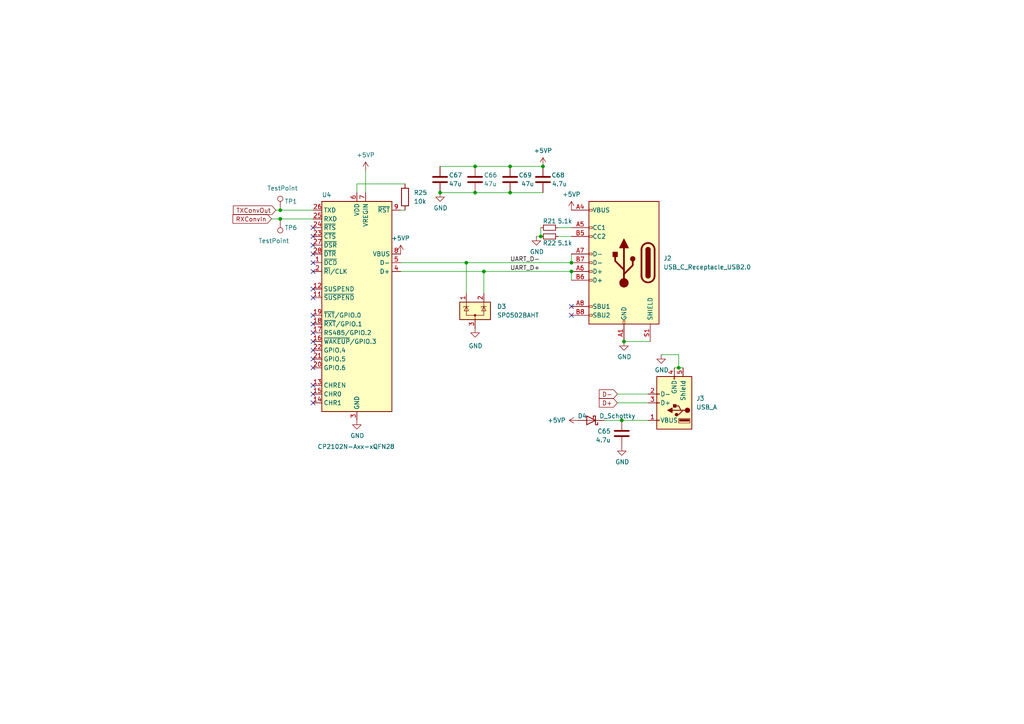
<source format=kicad_sch>
(kicad_sch (version 20230121) (generator eeschema)
  (paper "A4")
  (lib_symbols
    (symbol "Connector:TestPoint" (pin_numbers hide) (pin_names (offset 0.762) hide)
      (property "Reference" "TP" (at 0 6.858 0))
      (property "Value" "TestPoint" (at 0 5.08 0))
      (symbol "TestPoint_0_1"
        (circle (center 0 3.302) (radius 0.762))
      )
      (symbol "TestPoint_1_1"
        (pin passive line (at 0 0 90) (length 2.54) (name "1") (number "1"))
      )
    )
    (symbol "Connector:USB_A" (pin_names (offset 1.016))
      (property "Reference" "J" (at -5.08 11.43 0))
      (property "Value" "USB_A" (at -5.08 8.89 0))
      (symbol "USB_A_0_1"
        (rectangle (start -5.08 -7.62) (end 5.08 7.62) (stroke (width 0.254)) (fill (type background)))
        (circle (center -3.81 2.159) (radius 0.635) (stroke (width 0.254)) (fill (type outline)))
        (rectangle (start -1.524 4.826) (end -4.318 5.334) (fill (type outline)))
        (rectangle (start -1.27 4.572) (end -4.572 5.842))
        (circle (center -0.635 3.429) (radius 0.381) (stroke (width 0.254)) (fill (type outline)))
        (rectangle (start -0.127 -7.62) (end 0.127 -6.858))
        (polyline (pts (xy -3.175 2.159) (xy -2.54 2.159) (xy -1.27 3.429) (xy -0.635 3.429)) (stroke (width 0.254)))
        (polyline (pts (xy -2.54 2.159) (xy -1.905 2.159) (xy -1.27 0.889) (xy 0 0.889)) (stroke (width 0.254)))
        (polyline (pts (xy 0.635 2.794) (xy 0.635 1.524) (xy 1.905 2.159) (xy 0.635 2.794)) (stroke (width 0.254)) (fill (type outline)))
        (rectangle (start 0.254 1.27) (end -0.508 0.508) (stroke (width 0.254)) (fill (type outline)))
        (rectangle (start 5.08 -2.667) (end 4.318 -2.413))
        (rectangle (start 5.08 -0.127) (end 4.318 0.127))
        (rectangle (start 5.08 4.953) (end 4.318 5.207))
      )
      (symbol "USB_A_1_1"
        (polyline (pts (xy -1.905 2.159) (xy 0.635 2.159)) (stroke (width 0.254)))
        (pin power_in line (at 7.62 5.08 180) (length 2.54) (name "VBUS") (number "1"))
        (pin bidirectional line (at 7.62 -2.54 180) (length 2.54) (name "D-") (number "2"))
        (pin bidirectional line (at 7.62 0 180) (length 2.54) (name "D+") (number "3"))
        (pin power_in line (at 0 -10.16 90) (length 2.54) (name "GND") (number "4"))
        (pin passive line (at -2.54 -10.16 90) (length 2.54) (name "Shield") (number "5"))
      )
    )
    (symbol "Connector:USB_C_Receptacle_USB2.0" (pin_names (offset 1.016))
      (property "Reference" "J" (at -10.16 19.05 0))
      (property "Value" "USB_C_Receptacle_USB2.0" (at 19.05 19.05 0))
      (symbol "USB_C_Receptacle_USB2.0_0_0"
        (rectangle (start -0.254 -17.78) (end 0.254 -16.764))
        (rectangle (start 10.16 -14.986) (end 9.144 -15.494))
        (rectangle (start 10.16 -12.446) (end 9.144 -12.954))
        (rectangle (start 10.16 -4.826) (end 9.144 -5.334))
        (rectangle (start 10.16 -2.286) (end 9.144 -2.794))
        (rectangle (start 10.16 0.254) (end 9.144 -0.254))
        (rectangle (start 10.16 2.794) (end 9.144 2.286))
        (rectangle (start 10.16 7.874) (end 9.144 7.366))
        (rectangle (start 10.16 10.414) (end 9.144 9.906))
        (rectangle (start 10.16 15.494) (end 9.144 14.986))
      )
      (symbol "USB_C_Receptacle_USB2.0_0_1"
        (rectangle (start -10.16 17.78) (end 10.16 -17.78) (stroke (width 0.254)) (fill (type background)))
        (arc (start -8.89 -3.81) (mid -6.985 -5.7067) (end -5.08 -3.81) (stroke (width 0.508)))
        (arc (start -7.62 -3.81) (mid -6.985 -4.4423) (end -6.35 -3.81) (stroke (width 0.254)))
        (arc (start -7.62 -3.81) (mid -6.985 -4.4423) (end -6.35 -3.81) (stroke (width 0.254)) (fill (type outline)))
        (rectangle (start -7.62 -3.81) (end -6.35 3.81) (stroke (width 0.254)) (fill (type outline)))
        (arc (start -6.35 3.81) (mid -6.985 4.4423) (end -7.62 3.81) (stroke (width 0.254)))
        (arc (start -6.35 3.81) (mid -6.985 4.4423) (end -7.62 3.81) (stroke (width 0.254)) (fill (type outline)))
        (arc (start -5.08 3.81) (mid -6.985 5.7067) (end -8.89 3.81) (stroke (width 0.508)))
        (circle (center -2.54 1.143) (radius 0.635) (stroke (width 0.254)) (fill (type outline)))
        (circle (center 0 -5.842) (radius 1.27) (fill (type outline)))
        (polyline (pts (xy -8.89 -3.81) (xy -8.89 3.81)) (stroke (width 0.508)))
        (polyline (pts (xy -5.08 3.81) (xy -5.08 -3.81)) (stroke (width 0.508)))
        (polyline (pts (xy 0 -5.842) (xy 0 4.318)) (stroke (width 0.508)))
        (polyline (pts (xy 0 -3.302) (xy -2.54 -0.762) (xy -2.54 0.508)) (stroke (width 0.508)))
        (polyline (pts (xy 0 -2.032) (xy 2.54 0.508) (xy 2.54 1.778)) (stroke (width 0.508)))
        (polyline (pts (xy -1.27 4.318) (xy 0 6.858) (xy 1.27 4.318) (xy -1.27 4.318)) (stroke (width 0.254)) (fill (type outline)))
        (rectangle (start 1.905 1.778) (end 3.175 3.048) (stroke (width 0.254)) (fill (type outline)))
      )
      (symbol "USB_C_Receptacle_USB2.0_1_1"
        (pin passive line (at 0 -22.86 90) (length 5.08) (name "GND") (number "A1"))
        (pin passive line (at 0 -22.86 90) (length 5.08) hide (name "GND") (number "A12"))
        (pin passive line (at 15.24 15.24 180) (length 5.08) (name "VBUS") (number "A4"))
        (pin bidirectional line (at 15.24 10.16 180) (length 5.08) (name "CC1") (number "A5"))
        (pin bidirectional line (at 15.24 -2.54 180) (length 5.08) (name "D+") (number "A6"))
        (pin bidirectional line (at 15.24 2.54 180) (length 5.08) (name "D-") (number "A7"))
        (pin bidirectional line (at 15.24 -12.7 180) (length 5.08) (name "SBU1") (number "A8"))
        (pin passive line (at 15.24 15.24 180) (length 5.08) hide (name "VBUS") (number "A9"))
        (pin passive line (at 0 -22.86 90) (length 5.08) hide (name "GND") (number "B1"))
        (pin passive line (at 0 -22.86 90) (length 5.08) hide (name "GND") (number "B12"))
        (pin passive line (at 15.24 15.24 180) (length 5.08) hide (name "VBUS") (number "B4"))
        (pin bidirectional line (at 15.24 7.62 180) (length 5.08) (name "CC2") (number "B5"))
        (pin bidirectional line (at 15.24 -5.08 180) (length 5.08) (name "D+") (number "B6"))
        (pin bidirectional line (at 15.24 0 180) (length 5.08) (name "D-") (number "B7"))
        (pin bidirectional line (at 15.24 -15.24 180) (length 5.08) (name "SBU2") (number "B8"))
        (pin passive line (at 15.24 15.24 180) (length 5.08) hide (name "VBUS") (number "B9"))
        (pin passive line (at -7.62 -22.86 90) (length 5.08) (name "SHIELD") (number "S1"))
      )
    )
    (symbol "Device:C" (pin_numbers hide) (pin_names (offset 0.254))
      (property "Reference" "C" (at 0.635 2.54 0))
      (property "Value" "C" (at 0.635 -2.54 0))
      (symbol "C_0_1"
        (polyline (pts (xy -2.032 -0.762) (xy 2.032 -0.762)) (stroke (width 0.508)))
        (polyline (pts (xy -2.032 0.762) (xy 2.032 0.762)) (stroke (width 0.508)))
      )
      (symbol "C_1_1"
        (pin passive line (at 0 3.81 270) (length 2.794) (name "~") (number "1"))
        (pin passive line (at 0 -3.81 90) (length 2.794) (name "~") (number "2"))
      )
    )
    (symbol "Device:D_Schottky" (pin_numbers hide) (pin_names (offset 1.016) hide)
      (property "Reference" "D" (at 0 2.54 0))
      (property "Value" "D_Schottky" (at 0 -2.54 0))
      (symbol "D_Schottky_0_1"
        (polyline (pts (xy 1.27 0) (xy -1.27 0)))
        (polyline (pts (xy 1.27 1.27) (xy 1.27 -1.27) (xy -1.27 0) (xy 1.27 1.27)) (stroke (width 0.254)))
        (polyline (pts (xy -1.905 0.635) (xy -1.905 1.27) (xy -1.27 1.27) (xy -1.27 -1.27) (xy -0.635 -1.27) (xy -0.635 -0.635)) (stroke (width 0.254)))
      )
      (symbol "D_Schottky_1_1"
        (pin passive line (at -3.81 0 0) (length 2.54) (name "K") (number "1"))
        (pin passive line (at 3.81 0 180) (length 2.54) (name "A") (number "2"))
      )
    )
    (symbol "Device:R" (pin_numbers hide) (pin_names (offset 0))
      (property "Reference" "R" (at 2.032 0 90))
      (property "Value" "R" (at 0 0 90))
      (symbol "R_0_1"
        (rectangle (start -1.016 -2.54) (end 1.016 2.54) (stroke (width 0.254)))
      )
      (symbol "R_1_1"
        (pin passive line (at 0 3.81 270) (length 1.27) (name "~") (number "1"))
        (pin passive line (at 0 -3.81 90) (length 1.27) (name "~") (number "2"))
      )
    )
    (symbol "Device:R_Small" (pin_numbers hide) (pin_names (offset 0.254) hide)
      (property "Reference" "R" (at 0.762 0.508 0))
      (property "Value" "R_Small" (at 0.762 -1.016 0))
      (symbol "R_Small_0_1"
        (rectangle (start -0.762 1.778) (end 0.762 -1.778) (stroke (width 0.2032)))
      )
      (symbol "R_Small_1_1"
        (pin passive line (at 0 2.54 270) (length 0.762) (name "~") (number "1"))
        (pin passive line (at 0 -2.54 90) (length 0.762) (name "~") (number "2"))
      )
    )
    (symbol "Interface_USB:CP2102N-Axx-xQFN28"
      (property "Reference" "U" (at -8.89 31.75 0))
      (property "Value" "CP2102N-Axx-xQFN28" (at 12.7 31.75 0))
      (symbol "CP2102N-Axx-xQFN28_0_1"
        (rectangle (start -10.16 30.48) (end 10.16 -30.48) (stroke (width 0.254)) (fill (type background)))
      )
      (symbol "CP2102N-Axx-xQFN28_1_1"
        (pin input line (at 12.7 12.7 180) (length 2.54) (name "~{DCD}") (number "1"))
        (pin no_connect line (at -10.16 -27.94 0) (length 2.54) hide (name "NC") (number "10"))
        (pin output line (at 12.7 2.54 180) (length 2.54) (name "~{SUSPEND}") (number "11"))
        (pin output line (at 12.7 5.08 180) (length 2.54) (name "SUSPEND") (number "12"))
        (pin output line (at 12.7 -22.86 180) (length 2.54) (name "CHREN") (number "13"))
        (pin output line (at 12.7 -27.94 180) (length 2.54) (name "CHR1") (number "14"))
        (pin output line (at 12.7 -25.4 180) (length 2.54) (name "CHR0") (number "15"))
        (pin bidirectional line (at 12.7 -10.16 180) (length 2.54) (name "~{WAKEUP}/GPIO.3") (number "16"))
        (pin bidirectional line (at 12.7 -7.62 180) (length 2.54) (name "RS485/GPIO.2") (number "17"))
        (pin bidirectional line (at 12.7 -5.08 180) (length 2.54) (name "~{RXT}/GPIO.1") (number "18"))
        (pin bidirectional line (at 12.7 -2.54 180) (length 2.54) (name "~{TXT}/GPIO.0") (number "19"))
        (pin bidirectional line (at 12.7 10.16 180) (length 2.54) (name "~{RI}/CLK") (number "2"))
        (pin bidirectional line (at 12.7 -17.78 180) (length 2.54) (name "GPIO.6") (number "20"))
        (pin bidirectional line (at 12.7 -15.24 180) (length 2.54) (name "GPIO.5") (number "21"))
        (pin bidirectional line (at 12.7 -12.7 180) (length 2.54) (name "GPIO.4") (number "22"))
        (pin input line (at 12.7 20.32 180) (length 2.54) (name "~{CTS}") (number "23"))
        (pin output line (at 12.7 22.86 180) (length 2.54) (name "~{RTS}") (number "24"))
        (pin input line (at 12.7 25.4 180) (length 2.54) (name "RXD") (number "25"))
        (pin output line (at 12.7 27.94 180) (length 2.54) (name "TXD") (number "26"))
        (pin input line (at 12.7 17.78 180) (length 2.54) (name "~{DSR}") (number "27"))
        (pin output line (at 12.7 15.24 180) (length 2.54) (name "~{DTR}") (number "28"))
        (pin passive line (at 0 -33.02 90) (length 2.54) hide (name "GND") (number "29"))
        (pin power_in line (at 0 -33.02 90) (length 2.54) (name "GND") (number "3"))
        (pin bidirectional line (at -12.7 10.16 0) (length 2.54) (name "D+") (number "4"))
        (pin bidirectional line (at -12.7 12.7 0) (length 2.54) (name "D-") (number "5"))
        (pin power_in line (at 0 33.02 270) (length 2.54) (name "VDD") (number "6"))
        (pin power_in line (at -2.54 33.02 270) (length 2.54) (name "VREGIN") (number "7"))
        (pin input line (at -12.7 15.24 0) (length 2.54) (name "VBUS") (number "8"))
        (pin input line (at -12.7 27.94 0) (length 2.54) (name "~{RST}") (number "9"))
      )
    )
    (symbol "Power_Protection:SP0502BAHT" (pin_names hide)
      (property "Reference" "D" (at 5.715 2.54 0))
      (property "Value" "SP0502BAHT" (at 5.715 0.635 0))
      (symbol "SP0502BAHT_0_0"
        (pin passive line (at 0 -5.08 90) (length 2.54) (name "A") (number "3"))
      )
      (symbol "SP0502BAHT_0_1"
        (rectangle (start -4.445 2.54) (end 4.445 -2.54) (stroke (width 0.254)) (fill (type background)))
        (circle (center 0 -1.27) (radius 0.254) (fill (type outline)))
        (polyline (pts (xy -2.54 2.54) (xy -2.54 1.27)))
        (polyline (pts (xy 0 -1.27) (xy 0 -2.54)))
        (polyline (pts (xy 2.54 2.54) (xy 2.54 1.27)))
        (polyline (pts (xy -3.302 1.016) (xy -3.302 1.27) (xy -1.905 1.27) (xy -1.778 1.27)))
        (polyline (pts (xy -2.54 1.27) (xy -2.54 -1.27) (xy 2.54 -1.27) (xy 2.54 1.27)))
        (polyline (pts (xy -2.54 1.27) (xy -1.905 0) (xy -3.175 0) (xy -2.54 1.27)))
        (polyline (pts (xy 1.778 1.016) (xy 1.778 1.27) (xy 3.175 1.27) (xy 3.302 1.27)))
        (polyline (pts (xy 2.54 1.27) (xy 1.905 0) (xy 3.175 0) (xy 2.54 1.27)))
      )
      (symbol "SP0502BAHT_1_1"
        (pin passive line (at -2.54 5.08 270) (length 2.54) (name "K") (number "1"))
        (pin passive line (at 2.54 5.08 270) (length 2.54) (name "K") (number "2"))
      )
    )
    (symbol "power:+5VP" (power) (pin_names (offset 0))
      (property "Value" "+5VP" (at 0 3.556 0))
      (symbol "+5VP_0_1"
        (polyline (pts (xy -0.762 1.27) (xy 0 2.54)))
        (polyline (pts (xy 0 0) (xy 0 2.54)))
        (polyline (pts (xy 0 2.54) (xy 0.762 1.27)))
      )
      (symbol "+5VP_1_1"
        (pin power_in line (at 0 0 90) (length 0) hide (name "+5VP") (number "1"))
      )
    )
    (symbol "power:GND" (power) (pin_names (offset 0))
      (property "Value" "GND" (at 0 -3.81 0))
      (symbol "GND_0_1"
        (polyline (pts (xy 0 0) (xy 0 -1.27) (xy 1.27 -1.27) (xy 0 -2.54) (xy -1.27 -1.27) (xy 0 -1.27)))
      )
      (symbol "GND_1_1"
        (pin power_in line (at 0 0 270) (length 0) hide (name "GND") (number "1"))
      )
    )
  )
  (junction (at 180.975 99.06))
  (junction (at 135.255 76.2))
  (junction (at 137.795 48.26))
  (junction (at 165.735 78.74))
  (junction (at 81.28 63.5))
  (junction (at 140.335 78.74))
  (junction (at 156.845 68.58))
  (junction (at 157.48 48.26))
  (junction (at 137.795 55.88))
  (junction (at 196.85 106.68))
  (junction (at 165.735 76.2))
  (junction (at 147.955 55.88))
  (junction (at 180.34 121.92))
  (junction (at 127.635 55.88))
  (junction (at 81.28 60.96))
  (junction (at 147.955 48.26))
  (no_connect (at 165.735 88.9))
  (no_connect (at 90.805 71.12))
  (no_connect (at 90.805 111.76))
  (no_connect (at 90.805 104.14))
  (no_connect (at 90.805 83.82))
  (no_connect (at 165.735 91.44))
  (no_connect (at 90.805 76.2))
  (no_connect (at 90.805 116.84))
  (no_connect (at 90.805 78.74))
  (no_connect (at 90.805 99.06))
  (no_connect (at 90.805 106.68))
  (no_connect (at 90.805 101.6))
  (no_connect (at 90.805 114.3))
  (no_connect (at 90.805 66.04))
  (no_connect (at 90.805 96.52))
  (no_connect (at 90.805 68.58))
  (no_connect (at 90.805 93.98))
  (no_connect (at 90.805 91.44))
  (no_connect (at 90.805 86.36))
  (no_connect (at 90.805 73.66))
  (wire (pts (xy 191.77 102.87) (xy 196.85 102.87)))
  (wire (pts (xy 81.28 60.96) (xy 90.805 60.96)))
  (wire (pts (xy 165.735 73.66) (xy 165.735 76.2)))
  (wire (pts (xy 116.205 76.2) (xy 135.255 76.2)))
  (wire (pts (xy 117.475 60.96) (xy 116.205 60.96)))
  (wire (pts (xy 156.845 66.04) (xy 156.845 68.58)))
  (wire (pts (xy 106.045 49.53) (xy 106.045 55.88)))
  (wire (pts (xy 135.255 76.2) (xy 165.735 76.2)))
  (wire (pts (xy 180.34 121.92) (xy 187.96 121.92)))
  (wire (pts (xy 157.48 55.88) (xy 147.955 55.88)))
  (wire (pts (xy 80.01 60.96) (xy 81.28 60.96)))
  (wire (pts (xy 137.795 55.88) (xy 147.955 55.88)))
  (wire (pts (xy 81.28 63.5) (xy 90.805 63.5)))
  (wire (pts (xy 117.475 53.34) (xy 103.505 53.34)))
  (wire (pts (xy 127.635 55.88) (xy 137.795 55.88)))
  (wire (pts (xy 175.26 121.92) (xy 180.34 121.92)))
  (wire (pts (xy 147.955 48.26) (xy 157.48 48.26)))
  (wire (pts (xy 78.74 63.5) (xy 81.28 63.5)))
  (wire (pts (xy 196.85 106.68) (xy 198.12 106.68)))
  (wire (pts (xy 165.735 78.74) (xy 165.735 81.28)))
  (wire (pts (xy 195.58 106.68) (xy 196.85 106.68)))
  (wire (pts (xy 140.335 78.74) (xy 165.735 78.74)))
  (wire (pts (xy 180.975 99.06) (xy 188.595 99.06)))
  (wire (pts (xy 161.925 68.58) (xy 165.735 68.58)))
  (wire (pts (xy 196.85 106.68) (xy 196.85 102.87)))
  (wire (pts (xy 179.07 114.3) (xy 187.96 114.3)))
  (wire (pts (xy 161.925 66.04) (xy 165.735 66.04)))
  (wire (pts (xy 135.255 76.2) (xy 135.255 85.09)))
  (wire (pts (xy 137.795 48.26) (xy 147.955 48.26)))
  (wire (pts (xy 116.205 78.74) (xy 140.335 78.74)))
  (wire (pts (xy 155.575 68.58) (xy 156.845 68.58)))
  (wire (pts (xy 179.07 116.84) (xy 187.96 116.84)))
  (wire (pts (xy 127.635 48.26) (xy 137.795 48.26)))
  (wire (pts (xy 140.335 78.74) (xy 140.335 85.09)))
  (wire (pts (xy 103.505 53.34) (xy 103.505 55.88)))
  (label "UART_D-" (at 147.955 76.2 0))
  (label "UART_D+" (at 147.955 78.74 0))
  (global_label "D+" (shape input) (at 179.07 116.84 180) (property "Intersheetrefs" "${INTERSHEET_REFS}" (effects hide)))
  (global_label "TXConvOut" (shape input) (at 80.01 60.96 180) (property "Intersheetrefs" "${INTERSHEET_REFS}" (effects hide)))
  (global_label "D-" (shape input) (at 179.07 114.3 180) (property "Intersheetrefs" "${INTERSHEET_REFS}" (effects hide)))
  (global_label "RXConvIn" (shape input) (at 78.74 63.5 180) (property "Intersheetrefs" "${INTERSHEET_REFS}" (effects hide)))
  (symbol (lib_id "Device:R_Small") (at 159.385 66.04 90) (unit 1)
    (property "Reference" "R21" (at 159.385 64.135 90))
    (property "Value" "5.1k" (at 163.83 64.135 90))
    (property "Footprint" "Resistor_SMD:R_0402_1005Metric_Pad0.72x0.64mm_HandSolder" (effects hide))
  )
  (symbol (lib_id "power:+5VP") (at 116.205 73.66 0) (unit 1)
    (property "Reference" "#PWR095" (effects hide))
    (property "Value" "+5VP" (at 116.205 69.088 0))
  )
  (symbol (lib_id "power:GND") (at 191.77 102.87 0) (mirror y) (unit 1)
    (property "Reference" "#PWR010" (effects hide))
    (property "Value" "GND" (at 189.865 107.315 0) (effects (justify right)))
  )
  (symbol (lib_id "Connector:TestPoint") (at 81.28 60.96 0) (unit 1)
    (property "Reference" "TP1" (at 82.55 58.42 0) (effects (justify left)))
    (property "Value" "TestPoint" (at 77.47 54.61 0) (effects (justify left)))
    (property "Footprint" "TestPoint:TestPoint_THTPad_D1.0mm_Drill0.5mm" (effects hide))
  )
  (symbol (lib_id "power:GND") (at 103.505 121.92 0) (mirror y) (unit 1)
    (property "Reference" "#PWR093" (effects hide))
    (property "Value" "GND" (at 101.6 126.365 0) (effects (justify right)))
  )
  (symbol (lib_id "Power_Protection:SP0502BAHT") (at 137.795 90.17 0) (unit 1)
    (property "Reference" "D3" (at 144.145 88.9 0) (effects (justify left)))
    (property "Value" "SP0502BAHT" (at 144.145 91.44 0) (effects (justify left)))
    (property "Footprint" "Package_TO_SOT_SMD:SOT-23" (effects hide))
    (property "Datasheet" "http://www.littelfuse.com/~/media/files/littelfuse/technical%20resources/documents/data%20sheets/sp05xxba.pdf" (effects hide))
  )
  (symbol (lib_id "Connector:USB_C_Receptacle_USB2.0") (at 180.975 76.2 0) (mirror y) (unit 1)
    (property "Reference" "J2" (at 192.405 74.93 0) (effects (justify right)))
    (property "Value" "USB_C_Receptacle_USB2.0" (at 192.405 77.47 0) (effects (justify right)))
    (property "Footprint" "Connector_USB:USB_C_Receptacle_Palconn_UTC16-G" (effects hide))
    (property "Datasheet" "https://www.usb.org/sites/default/files/documents/usb_type-c.zip" (effects hide))
  )
  (symbol (lib_id "Device:R_Small") (at 159.385 68.58 90) (unit 1)
    (property "Reference" "R22" (at 159.385 70.485 90))
    (property "Value" "5.1k" (at 163.83 70.485 90))
    (property "Footprint" "Resistor_SMD:R_0402_1005Metric_Pad0.72x0.64mm_HandSolder" (effects hide))
  )
  (symbol (lib_id "Interface_USB:CP2102N-Axx-xQFN28") (at 103.505 88.9 0) (mirror y) (unit 1)
    (property "Reference" "U4" (at 93.345 56.515 0) (effects (justify right)))
    (property "Value" "CP2102N-Axx-xQFN28" (at 92.075 129.54 0) (effects (justify right)))
    (property "Footprint" "Package_DFN_QFN:QFN-28-1EP_5x5mm_P0.5mm_EP3.35x3.35mm" (effects hide))
    (property "Datasheet" "https://www.silabs.com/documents/public/data-sheets/cp2102n-datasheet.pdf" (effects hide))
  )
  (symbol (lib_id "power:GND") (at 137.795 95.25 0) (mirror y) (unit 1)
    (property "Reference" "#PWR096" (effects hide))
    (property "Value" "GND" (at 135.89 100.33 0) (effects (justify right)))
  )
  (symbol (lib_id "Connector:USB_A") (at 195.58 116.84 180) (unit 1)
    (property "Reference" "J3" (at 201.93 115.57 0) (effects (justify right)))
    (property "Value" "USB_A" (at 201.93 118.11 0) (effects (justify right)))
    (property "Footprint" "Connector_USB:USB_A_Molex_67643_Horizontal" (effects hide))
    (property "Datasheet" " ~" (effects hide))
  )
  (symbol (lib_id "power:+5VP") (at 167.64 121.92 90) (unit 1)
    (property "Reference" "#PWR089" (effects hide))
    (property "Value" "+5VP" (at 158.75 121.92 90) (effects (justify right)))
  )
  (symbol (lib_id "power:GND") (at 180.975 99.06 0) (mirror y) (unit 1)
    (property "Reference" "#PWR090" (effects hide))
    (property "Value" "GND" (at 179.07 103.505 0) (effects (justify right)))
  )
  (symbol (lib_id "power:+5VP") (at 165.735 60.96 0) (unit 1)
    (property "Reference" "#PWR087" (effects hide))
    (property "Value" "+5VP" (at 165.735 56.388 0))
  )
  (symbol (lib_id "Device:C") (at 137.795 52.07 0) (mirror y) (unit 1)
    (property "Reference" "C66" (at 140.335 50.8 0) (effects (justify right)))
    (property "Value" "47u" (at 140.335 53.34 0) (effects (justify right)))
    (property "Footprint" "Capacitor_SMD:C_1206_3216Metric_Pad1.33x1.80mm_HandSolder" (effects hide))
  )
  (symbol (lib_id "power:GND") (at 155.575 68.58 0) (mirror y) (unit 1)
    (property "Reference" "#PWR092" (effects hide))
    (property "Value" "GND" (at 153.67 73.025 0) (effects (justify right)))
  )
  (symbol (lib_id "power:+5VP") (at 106.045 49.53 0) (unit 1)
    (property "Reference" "#PWR094" (effects hide))
    (property "Value" "+5VP" (at 106.045 44.958 0))
  )
  (symbol (lib_id "power:GND") (at 180.34 129.54 0) (mirror y) (unit 1)
    (property "Reference" "#PWR097" (effects hide))
    (property "Value" "GND" (at 178.435 133.985 0) (effects (justify right)))
  )
  (symbol (lib_id "power:GND") (at 127.635 55.88 0) (mirror y) (unit 1)
    (property "Reference" "#PWR088" (effects hide))
    (property "Value" "GND" (at 125.73 60.325 0) (effects (justify right)))
  )
  (symbol (lib_id "Device:C") (at 127.635 52.07 0) (mirror y) (unit 1)
    (property "Reference" "C67" (at 130.175 50.8 0) (effects (justify right)))
    (property "Value" "47u" (at 130.175 53.34 0) (effects (justify right)))
    (property "Footprint" "Capacitor_SMD:C_1206_3216Metric_Pad1.33x1.80mm_HandSolder" (effects hide))
  )
  (symbol (lib_id "Device:C") (at 147.955 52.07 0) (mirror y) (unit 1)
    (property "Reference" "C69" (at 154.305 50.8 0) (effects (justify left)))
    (property "Value" "47u" (at 154.94 53.34 0) (effects (justify left)))
    (property "Footprint" "Capacitor_SMD:C_1206_3216Metric_Pad1.33x1.80mm_HandSolder" (effects hide))
  )
  (symbol (lib_id "Device:C") (at 157.48 52.07 0) (mirror y) (unit 1)
    (property "Reference" "C68" (at 163.83 50.8 0) (effects (justify left)))
    (property "Value" "4.7u" (at 164.465 53.34 0) (effects (justify left)))
    (property "Footprint" "Capacitor_SMD:C_0402_1005Metric_Pad0.74x0.62mm_HandSolder" (effects hide))
  )
  (symbol (lib_id "Device:D_Schottky") (at 171.45 121.92 180) (unit 1)
    (property "Reference" "D4" (at 168.91 120.65 0))
    (property "Value" "D_Schottky" (at 179.07 120.65 0))
    (property "Footprint" "Diode_SMD:D_SOD-323_HandSoldering" (effects hide))
  )
  (symbol (lib_id "Device:C") (at 180.34 125.73 0) (mirror y) (unit 1)
    (property "Reference" "C65" (at 177.165 125.095 0) (effects (justify left)))
    (property "Value" "4.7u" (at 177.165 127.635 0) (effects (justify left)))
    (property "Footprint" "Capacitor_SMD:C_0402_1005Metric_Pad0.74x0.62mm_HandSolder" (effects hide))
  )
  (symbol (lib_id "power:+5VP") (at 157.48 48.26 0) (unit 1)
    (property "Reference" "#PWR086" (effects hide))
    (property "Value" "+5VP" (at 157.48 43.688 0))
  )
  (symbol (lib_id "Connector:TestPoint") (at 81.28 63.5 180) (unit 1)
    (property "Reference" "TP6" (at 82.55 66.04 0) (effects (justify right)))
    (property "Value" "TestPoint" (at 74.93 69.85 0) (effects (justify right)))
    (property "Footprint" "TestPoint:TestPoint_THTPad_D1.0mm_Drill0.5mm" (effects hide))
  )
  (symbol (lib_id "Device:R") (at 117.475 57.15 0) (unit 1)
    (property "Reference" "R25" (at 120.015 55.88 0) (effects (justify left)))
    (property "Value" "10k" (at 120.015 58.42 0) (effects (justify left)))
    (property "Footprint" "Resistor_SMD:R_0402_1005Metric_Pad0.72x0.64mm_HandSolder" (effects hide))
  )
)
</source>
